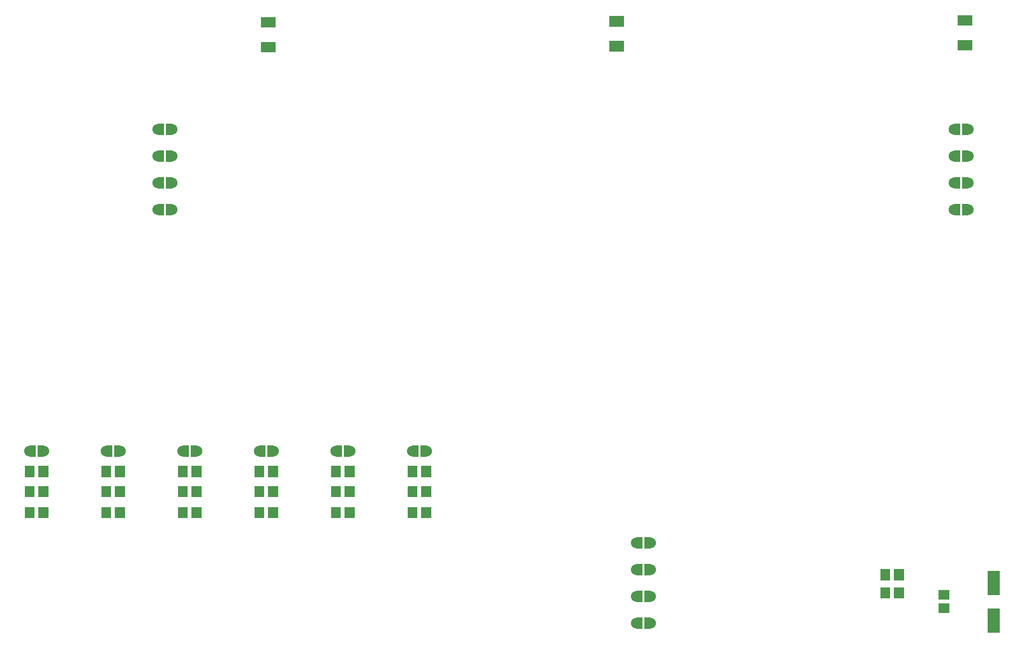
<source format=gbr>
G04 start of page 10 for group -4015 idx -4015 *
G04 Title: (unknown), toppaste *
G04 Creator: pcb 20140316 *
G04 CreationDate: Wed 29 Apr 2020 12:31:51 AM GMT UTC *
G04 For: railfan *
G04 Format: Gerber/RS-274X *
G04 PCB-Dimensions (mil): 6000.00 4000.00 *
G04 PCB-Coordinate-Origin: lower left *
%MOIN*%
%FSLAX25Y25*%
%LNTOPPASTE*%
%ADD79R,0.0300X0.0300*%
%ADD78C,0.0600*%
%ADD77R,0.0550X0.0550*%
%ADD76R,0.0630X0.0630*%
%ADD75R,0.0512X0.0512*%
G54D75*X498607Y20457D02*X499393D01*
X498607Y27543D02*X499393D01*
G54D76*X525000Y17150D02*Y10851D01*
Y36835D02*Y30536D01*
G54D77*X327000Y327500D02*X329000D01*
X327000Y314500D02*X329000D01*
X145000Y327000D02*X147000D01*
X145000Y314000D02*X147000D01*
X509000Y328000D02*X511000D01*
X509000Y315000D02*X511000D01*
G54D75*X21457Y92393D02*Y91607D01*
X28543Y92393D02*Y91607D01*
X21457Y81893D02*Y81107D01*
X28543Y81893D02*Y81107D01*
Y70893D02*Y70107D01*
X21457Y70893D02*Y70107D01*
G54D78*X21600Y102500D03*
G54D79*X23100Y104000D02*Y101000D01*
G54D78*X28400Y102500D03*
G54D79*X26900Y104000D02*Y101000D01*
G54D75*X61457Y92393D02*Y91607D01*
X68543Y92393D02*Y91607D01*
X61457Y81893D02*Y81107D01*
X68543Y81893D02*Y81107D01*
Y70893D02*Y70107D01*
X61457Y70893D02*Y70107D01*
G54D78*X61600Y102500D03*
G54D79*X63100Y104000D02*Y101000D01*
G54D78*X68400Y102500D03*
G54D79*X66900Y104000D02*Y101000D01*
G54D75*X101457Y92393D02*Y91607D01*
X108543Y92393D02*Y91607D01*
Y70893D02*Y70107D01*
X101457Y70893D02*Y70107D01*
G54D78*X101600Y102500D03*
G54D79*X103100Y104000D02*Y101000D01*
G54D78*X108400Y102500D03*
G54D79*X106900Y104000D02*Y101000D01*
G54D75*X141457Y92393D02*Y91607D01*
X148543Y92393D02*Y91607D01*
X141457Y81893D02*Y81107D01*
X148543Y81893D02*Y81107D01*
Y70893D02*Y70107D01*
X141457Y70893D02*Y70107D01*
G54D78*X141600Y102500D03*
G54D79*X143100Y104000D02*Y101000D01*
G54D78*X148400Y102500D03*
G54D79*X146900Y104000D02*Y101000D01*
G54D75*X101457Y81893D02*Y81107D01*
X108543Y81893D02*Y81107D01*
X181457Y92393D02*Y91607D01*
X188543Y92393D02*Y91607D01*
Y70893D02*Y70107D01*
X181457Y70893D02*Y70107D01*
G54D78*X181600Y102500D03*
G54D79*X183100Y104000D02*Y101000D01*
G54D78*X188400Y102500D03*
G54D79*X186900Y104000D02*Y101000D01*
G54D75*X221457Y92393D02*Y91607D01*
X228543Y92393D02*Y91607D01*
X221457Y81893D02*Y81107D01*
X228543Y81893D02*Y81107D01*
Y70893D02*Y70107D01*
X221457Y70893D02*Y70107D01*
G54D78*X221600Y102500D03*
G54D79*X223100Y104000D02*Y101000D01*
G54D78*X228400Y102500D03*
G54D79*X226900Y104000D02*Y101000D01*
G54D75*X181457Y81893D02*Y81107D01*
X188543Y81893D02*Y81107D01*
G54D78*X511400Y229000D03*
G54D79*X509900Y230500D02*Y227500D01*
G54D78*X504600Y229000D03*
G54D79*X506100Y230500D02*Y227500D01*
G54D78*X511400Y243000D03*
G54D79*X509900Y244500D02*Y241500D01*
G54D78*X504600Y243000D03*
G54D79*X506100Y244500D02*Y241500D01*
G54D78*X511400Y271000D03*
G54D79*X509900Y272500D02*Y269500D01*
G54D78*X504600Y271000D03*
G54D79*X506100Y272500D02*Y269500D01*
G54D78*X511400Y257000D03*
G54D79*X509900Y258500D02*Y255500D01*
G54D78*X504600Y257000D03*
G54D79*X506100Y258500D02*Y255500D01*
G54D78*X88600Y229000D03*
G54D79*X90100Y230500D02*Y227500D01*
G54D78*X95400Y229000D03*
G54D79*X93900Y230500D02*Y227500D01*
G54D78*X88600Y243000D03*
G54D79*X90100Y244500D02*Y241500D01*
G54D78*X95400Y243000D03*
G54D79*X93900Y244500D02*Y241500D01*
G54D78*X88600Y271000D03*
G54D79*X90100Y272500D02*Y269500D01*
G54D78*X95400Y271000D03*
G54D79*X93900Y272500D02*Y269500D01*
G54D78*X88600Y257000D03*
G54D79*X90100Y258500D02*Y255500D01*
G54D78*X95400Y257000D03*
G54D79*X93900Y258500D02*Y255500D01*
G54D75*X468457Y38393D02*Y37607D01*
X475543Y38393D02*Y37607D01*
Y28893D02*Y28107D01*
X468457Y28893D02*Y28107D01*
G54D78*X338600Y12500D03*
G54D79*X340100Y14000D02*Y11000D01*
G54D78*X345400Y12500D03*
G54D79*X343900Y14000D02*Y11000D01*
G54D78*X338600Y40500D03*
G54D79*X340100Y42000D02*Y39000D01*
G54D78*X345400Y40500D03*
G54D79*X343900Y42000D02*Y39000D01*
G54D78*X338600Y54500D03*
G54D79*X340100Y56000D02*Y53000D01*
G54D78*X345400Y54500D03*
G54D79*X343900Y56000D02*Y53000D01*
G54D78*X338600Y26500D03*
G54D79*X340100Y28000D02*Y25000D01*
G54D78*X345400Y26500D03*
G54D79*X343900Y28000D02*Y25000D01*
M02*

</source>
